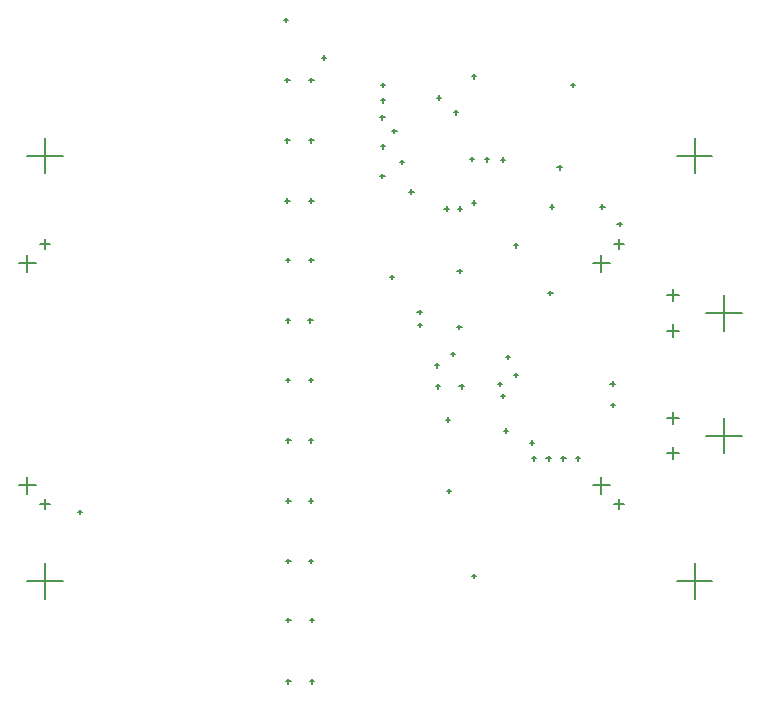
<source format=gbr>
%TF.GenerationSoftware,Altium Limited,Altium Designer,19.1.8 (144)*%
G04 Layer_Color=128*
%FSLAX26Y26*%
%MOIN*%
%TF.FileFunction,Drillmap*%
%TF.Part,Single*%
G01*
G75*
%TA.AperFunction,NonConductor*%
%ADD67C,0.005000*%
D67*
X2268898Y1543307D02*
X2309055D01*
X2288976Y1523228D02*
Y1563386D01*
X2268898Y1425197D02*
X2309055D01*
X2288976Y1405118D02*
Y1445276D01*
X2400000Y1484252D02*
X2518110D01*
X2459055Y1425197D02*
Y1543307D01*
X2268898Y1133859D02*
X2309055D01*
X2288976Y1113780D02*
Y1153938D01*
X2268898Y1015749D02*
X2309055D01*
X2288976Y995670D02*
Y1035828D01*
X2400000Y1074804D02*
X2518110D01*
X2459055Y1015749D02*
Y1133859D01*
X109253Y909448D02*
X166339D01*
X137796Y880905D02*
Y937991D01*
X109253Y1649606D02*
X166339D01*
X137796Y1621063D02*
Y1678149D01*
X180512Y846456D02*
X213189D01*
X196850Y830117D02*
Y862795D01*
X180512Y1712598D02*
X213189D01*
X196850Y1696259D02*
Y1728937D01*
X2022639Y909448D02*
X2079725D01*
X2051182Y880905D02*
Y937991D01*
X2022639Y1649606D02*
X2079725D01*
X2051182Y1621063D02*
Y1678149D01*
X2093897Y846456D02*
X2126574D01*
X2110236Y830117D02*
Y862795D01*
X2093897Y1712598D02*
X2126574D01*
X2110236Y1696259D02*
Y1728937D01*
X137795Y2007874D02*
X255905D01*
X196850Y1948819D02*
Y2066929D01*
X2303149Y2007874D02*
X2421259D01*
X2362204Y1948819D02*
Y2066929D01*
X2303149Y590552D02*
X2421259D01*
X2362204Y531497D02*
Y649607D01*
X137795Y590552D02*
X255905D01*
X196850Y531497D02*
Y649607D01*
X1502952Y2201762D02*
X1516732D01*
X1509842Y2194873D02*
Y2208652D01*
X1315826Y2244428D02*
X1330826D01*
X1323326Y2236928D02*
Y2251928D01*
X1559704Y2152560D02*
X1574704D01*
X1567204Y2145060D02*
Y2160060D01*
X1315826Y2192008D02*
X1330826D01*
X1323326Y2184508D02*
Y2199508D01*
X1818288Y999016D02*
X1833288D01*
X1825788Y991516D02*
Y1006516D01*
X1812404Y1051182D02*
X1827404D01*
X1819904Y1043682D02*
Y1058682D01*
X1378326Y1986220D02*
X1393326D01*
X1385826Y1978720D02*
Y1993720D01*
X1353720Y2089566D02*
X1368720D01*
X1361220Y2082066D02*
Y2097066D01*
X1313562Y2135630D02*
X1328562D01*
X1321062Y2128130D02*
Y2143130D01*
X1315826Y2038878D02*
X1330826D01*
X1323326Y2031378D02*
Y2046378D01*
X1313366Y1940944D02*
X1328366D01*
X1320866Y1933444D02*
Y1948444D01*
X1077146Y1659448D02*
X1092146D01*
X1084646Y1651948D02*
Y1666948D01*
X1758248Y1708662D02*
X1773248D01*
X1765748Y1701162D02*
Y1716162D01*
X1873498Y1550272D02*
X1888498D01*
X1880998Y1542772D02*
Y1557772D01*
X1965926Y999016D02*
X1980926D01*
X1973426Y991516D02*
Y1006516D01*
X1916712Y999016D02*
X1931712D01*
X1924212Y991516D02*
Y1006516D01*
X1073208Y1458662D02*
X1088208D01*
X1080708Y1451162D02*
Y1466162D01*
X998406Y1458662D02*
X1013406D01*
X1005906Y1451162D02*
Y1466162D01*
X2046634Y1838582D02*
X2061634D01*
X2054134Y1831082D02*
Y1846082D01*
X1878326Y1838582D02*
X1893326D01*
X1885826Y1831082D02*
Y1846082D01*
X1618484Y607284D02*
X1633484D01*
X1625984Y599784D02*
Y614784D01*
X1948208Y2243110D02*
X1963208D01*
X1955708Y2235610D02*
Y2250610D01*
X1618792Y2272638D02*
X1633792D01*
X1626292Y2265138D02*
Y2280138D01*
X2104704Y1779528D02*
X2119704D01*
X2112204Y1772028D02*
Y1787028D01*
X2081498Y1177166D02*
X2096498D01*
X2088998Y1169666D02*
Y1184666D01*
X2081232Y1248526D02*
X2096232D01*
X2088732Y1241026D02*
Y1256026D01*
X1571240Y1624016D02*
X1586240D01*
X1578740Y1616516D02*
Y1631516D01*
X1532854Y1128406D02*
X1547854D01*
X1540354Y1120906D02*
Y1135906D01*
X1495452Y1309056D02*
X1510452D01*
X1502952Y1301556D02*
Y1316556D01*
X1549586Y1346456D02*
X1564586D01*
X1557086Y1338956D02*
Y1353956D01*
X1577728Y1238772D02*
X1592728D01*
X1585228Y1231272D02*
Y1246272D01*
X1570332Y1437084D02*
X1585332D01*
X1577832Y1429584D02*
Y1444584D01*
X1572224Y1831692D02*
X1587224D01*
X1579724Y1824192D02*
Y1839192D01*
X1527934Y1831692D02*
X1542934D01*
X1535434Y1824192D02*
Y1839192D01*
X1618394Y1851378D02*
X1633394D01*
X1625894Y1843878D02*
Y1858878D01*
X1714940Y1995078D02*
X1729940D01*
X1722440Y1987578D02*
Y2002578D01*
X1661792Y1996064D02*
X1676792D01*
X1669292Y1988564D02*
Y2003564D01*
X1611594Y1997048D02*
X1626594D01*
X1619094Y1989548D02*
Y2004548D01*
X1715926Y1207678D02*
X1730926D01*
X1723426Y1200178D02*
Y1215178D01*
X1867500Y999016D02*
X1882500D01*
X1875000Y991516D02*
Y1006516D01*
X1706106Y1247678D02*
X1721106D01*
X1713606Y1240178D02*
Y1255178D01*
X1758248Y1277560D02*
X1773248D01*
X1765748Y1270060D02*
Y1285060D01*
X1732658Y1336614D02*
X1747658D01*
X1740158Y1329114D02*
Y1344114D01*
X1904010Y1968600D02*
X1919010D01*
X1911510Y1961100D02*
Y1976100D01*
X1409822Y1887796D02*
X1424822D01*
X1417322Y1880296D02*
Y1895296D01*
X1345846Y1603346D02*
X1360846D01*
X1353346Y1595846D02*
Y1610846D01*
X1437382Y1486220D02*
X1452382D01*
X1444882Y1478720D02*
Y1493720D01*
X1438366Y1443898D02*
X1453366D01*
X1445866Y1436398D02*
Y1451398D01*
X1534822Y889764D02*
X1549822D01*
X1542322Y882264D02*
Y897264D01*
X1724784Y1091536D02*
X1739784D01*
X1732284Y1084036D02*
Y1099036D01*
X1498406Y1238772D02*
X1513406D01*
X1505906Y1231272D02*
Y1246272D01*
X305492Y820600D02*
X320492D01*
X312992Y813100D02*
Y828100D01*
X1118484Y2334646D02*
X1133484D01*
X1125984Y2327146D02*
Y2342146D01*
X992500Y2460630D02*
X1007500D01*
X1000000Y2453130D02*
Y2468130D01*
X1075178Y1259842D02*
X1090178D01*
X1082678Y1252342D02*
Y1267342D01*
X1075178Y858268D02*
X1090178D01*
X1082678Y850768D02*
Y865768D01*
X1077146Y1858268D02*
X1092146D01*
X1084646Y1850768D02*
Y1865768D01*
X1075178Y657480D02*
X1090178D01*
X1082678Y649980D02*
Y664980D01*
X1075178Y1059056D02*
X1090178D01*
X1082678Y1051556D02*
Y1066556D01*
X1000374Y858268D02*
X1015374D01*
X1007874Y850768D02*
Y865768D01*
X1000374Y460630D02*
X1015374D01*
X1007874Y453130D02*
Y468130D01*
X1077146Y2259842D02*
X1092146D01*
X1084646Y2252342D02*
Y2267342D01*
X996436Y2259842D02*
X1011436D01*
X1003936Y2252342D02*
Y2267342D01*
X1077146Y2059056D02*
X1092146D01*
X1084646Y2051556D02*
Y2066556D01*
X996436Y2059056D02*
X1011436D01*
X1003936Y2051556D02*
Y2066556D01*
X996436Y1858268D02*
X1011436D01*
X1003936Y1850768D02*
Y1865768D01*
X998406Y1659448D02*
X1013406D01*
X1005906Y1651948D02*
Y1666948D01*
X998406Y1259842D02*
X1013406D01*
X1005906Y1252342D02*
Y1267342D01*
X1000374Y1059056D02*
X1015374D01*
X1007874Y1051556D02*
Y1066556D01*
X1000374Y657480D02*
X1015374D01*
X1007874Y649980D02*
Y664980D01*
X1079114Y460630D02*
X1094114D01*
X1086614Y453130D02*
Y468130D01*
X1079114Y255906D02*
X1094114D01*
X1086614Y248406D02*
Y263406D01*
X1000374Y255906D02*
X1015374D01*
X1007874Y248406D02*
Y263406D01*
%TF.MD5,2de81501d847ffaa365a4106fb51a87e*%
M02*

</source>
